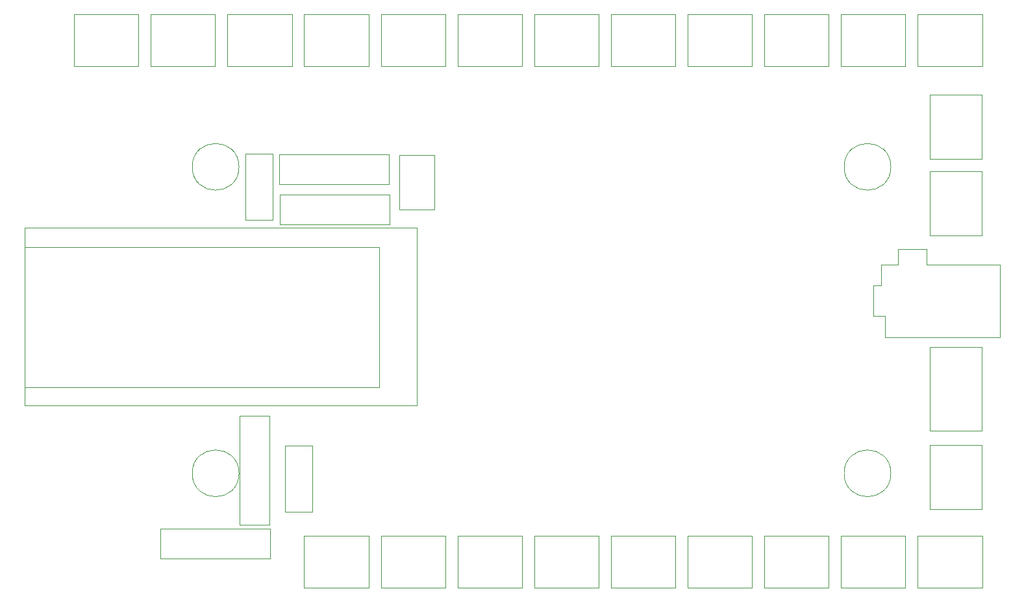
<source format=gbr>
G04 #@! TF.GenerationSoftware,KiCad,Pcbnew,(5.0.0)*
G04 #@! TF.CreationDate,2020-03-06T16:17:22+00:00*
G04 #@! TF.ProjectId,LED Zappelin,4C4544205A617070656C696E2E6B6963,rev?*
G04 #@! TF.SameCoordinates,Original*
G04 #@! TF.FileFunction,Other,User*
%FSLAX46Y46*%
G04 Gerber Fmt 4.6, Leading zero omitted, Abs format (unit mm)*
G04 Created by KiCad (PCBNEW (5.0.0)) date 03/06/20 16:17:22*
%MOMM*%
%LPD*%
G01*
G04 APERTURE LIST*
%ADD10C,0.050000*%
G04 APERTURE END LIST*
D10*
G04 #@! TO.C,*
X94050000Y-101400000D02*
X94050000Y-110050000D01*
X94050000Y-110050000D02*
X97650000Y-110050000D01*
X97650000Y-110050000D02*
X97650000Y-101400000D01*
X97650000Y-101400000D02*
X94050000Y-101400000D01*
X93310000Y-67250000D02*
X107600000Y-67250000D01*
X93310000Y-63350000D02*
X93310000Y-67250000D01*
X107600000Y-63350000D02*
X93310000Y-63350000D01*
X107600000Y-67250000D02*
X107600000Y-63350000D01*
X93410000Y-72550000D02*
X107700000Y-72550000D01*
X93410000Y-68650000D02*
X93410000Y-72550000D01*
X107700000Y-68650000D02*
X93410000Y-68650000D01*
X107700000Y-72550000D02*
X107700000Y-68650000D01*
G04 #@! TO.C,2N5089*
X108950000Y-70600000D02*
X108950000Y-63500000D01*
X108950000Y-70600000D02*
X113550000Y-70600000D01*
X113550000Y-63500000D02*
X108950000Y-63500000D01*
X113550000Y-63500000D02*
X113550000Y-70600000D01*
G04 #@! TO.C,*
X66550000Y-51850000D02*
X74950000Y-51850000D01*
X66550000Y-45100000D02*
X66550000Y-51850000D01*
X74950000Y-45100000D02*
X66550000Y-45100000D01*
X74950000Y-51850000D02*
X74950000Y-45100000D01*
X76550000Y-51850000D02*
X84950000Y-51850000D01*
X76550000Y-45100000D02*
X76550000Y-51850000D01*
X84950000Y-45100000D02*
X76550000Y-45100000D01*
X84950000Y-51850000D02*
X84950000Y-45100000D01*
X86550000Y-51850000D02*
X94950000Y-51850000D01*
X86550000Y-45100000D02*
X86550000Y-51850000D01*
X94950000Y-45100000D02*
X86550000Y-45100000D01*
X94950000Y-51850000D02*
X94950000Y-45100000D01*
X96550000Y-51850000D02*
X104950000Y-51850000D01*
X96550000Y-45100000D02*
X96550000Y-51850000D01*
X104950000Y-45100000D02*
X96550000Y-45100000D01*
X104950000Y-51850000D02*
X104950000Y-45100000D01*
X106550000Y-51850000D02*
X114950000Y-51850000D01*
X106550000Y-45100000D02*
X106550000Y-51850000D01*
X114950000Y-45100000D02*
X106550000Y-45100000D01*
X114950000Y-51850000D02*
X114950000Y-45100000D01*
X116550000Y-51850000D02*
X124950000Y-51850000D01*
X116550000Y-45100000D02*
X116550000Y-51850000D01*
X124950000Y-45100000D02*
X116550000Y-45100000D01*
X124950000Y-51850000D02*
X124950000Y-45100000D01*
X126550000Y-51850000D02*
X134950000Y-51850000D01*
X126550000Y-45100000D02*
X126550000Y-51850000D01*
X134950000Y-45100000D02*
X126550000Y-45100000D01*
X134950000Y-51850000D02*
X134950000Y-45100000D01*
X136550000Y-51850000D02*
X144950000Y-51850000D01*
X136550000Y-45100000D02*
X136550000Y-51850000D01*
X144950000Y-45100000D02*
X136550000Y-45100000D01*
X144950000Y-51850000D02*
X144950000Y-45100000D01*
X146550000Y-51850000D02*
X154950000Y-51850000D01*
X146550000Y-45100000D02*
X146550000Y-51850000D01*
X154950000Y-45100000D02*
X146550000Y-45100000D01*
X154950000Y-51850000D02*
X154950000Y-45100000D01*
X156550000Y-51850000D02*
X164950000Y-51850000D01*
X156550000Y-45100000D02*
X156550000Y-51850000D01*
X164950000Y-45100000D02*
X156550000Y-45100000D01*
X164950000Y-51850000D02*
X164950000Y-45100000D01*
X166550000Y-51850000D02*
X174950000Y-51850000D01*
X166550000Y-45100000D02*
X166550000Y-51850000D01*
X174950000Y-45100000D02*
X166550000Y-45100000D01*
X174950000Y-51850000D02*
X174950000Y-45100000D01*
X176550000Y-51850000D02*
X184950000Y-51850000D01*
X176550000Y-45100000D02*
X176550000Y-51850000D01*
X184950000Y-45100000D02*
X176550000Y-45100000D01*
X184950000Y-51850000D02*
X184950000Y-45100000D01*
X178150000Y-63950000D02*
X184900000Y-63950000D01*
X184900000Y-63950000D02*
X184900000Y-55550000D01*
X184900000Y-55550000D02*
X178150000Y-55550000D01*
X178150000Y-55550000D02*
X178150000Y-63950000D01*
X178150000Y-73950000D02*
X184900000Y-73950000D01*
X184900000Y-73950000D02*
X184900000Y-65550000D01*
X184900000Y-65550000D02*
X178150000Y-65550000D01*
X178150000Y-65550000D02*
X178150000Y-73950000D01*
X178150000Y-109700000D02*
X184900000Y-109700000D01*
X184900000Y-109700000D02*
X184900000Y-101300000D01*
X184900000Y-101300000D02*
X178150000Y-101300000D01*
X178150000Y-101300000D02*
X178150000Y-109700000D01*
X184950000Y-113150000D02*
X176550000Y-113150000D01*
X184950000Y-119900000D02*
X184950000Y-113150000D01*
X176550000Y-119900000D02*
X184950000Y-119900000D01*
X176550000Y-113150000D02*
X176550000Y-119900000D01*
X174950000Y-113150000D02*
X166550000Y-113150000D01*
X174950000Y-119900000D02*
X174950000Y-113150000D01*
X166550000Y-119900000D02*
X174950000Y-119900000D01*
X166550000Y-113150000D02*
X166550000Y-119900000D01*
X164950000Y-113150000D02*
X156550000Y-113150000D01*
X164950000Y-119900000D02*
X164950000Y-113150000D01*
X156550000Y-119900000D02*
X164950000Y-119900000D01*
X156550000Y-113150000D02*
X156550000Y-119900000D01*
X154950000Y-113150000D02*
X146550000Y-113150000D01*
X154950000Y-119900000D02*
X154950000Y-113150000D01*
X146550000Y-119900000D02*
X154950000Y-119900000D01*
X146550000Y-113150000D02*
X146550000Y-119900000D01*
X144950000Y-113150000D02*
X136550000Y-113150000D01*
X144950000Y-119900000D02*
X144950000Y-113150000D01*
X136550000Y-119900000D02*
X144950000Y-119900000D01*
X136550000Y-113150000D02*
X136550000Y-119900000D01*
X134950000Y-113150000D02*
X126550000Y-113150000D01*
X134950000Y-119900000D02*
X134950000Y-113150000D01*
X126550000Y-119900000D02*
X134950000Y-119900000D01*
X126550000Y-113150000D02*
X126550000Y-119900000D01*
X124950000Y-113150000D02*
X116550000Y-113150000D01*
X124950000Y-119900000D02*
X124950000Y-113150000D01*
X116550000Y-119900000D02*
X124950000Y-119900000D01*
X116550000Y-113150000D02*
X116550000Y-119900000D01*
X114950000Y-113150000D02*
X106550000Y-113150000D01*
X114950000Y-119900000D02*
X114950000Y-113150000D01*
X106550000Y-119900000D02*
X114950000Y-119900000D01*
X106550000Y-113150000D02*
X106550000Y-119900000D01*
X96550000Y-113150000D02*
X96550000Y-119900000D01*
X96550000Y-119900000D02*
X104950000Y-119900000D01*
X104950000Y-119900000D02*
X104950000Y-113150000D01*
X104950000Y-113150000D02*
X96550000Y-113150000D01*
X92090000Y-112250000D02*
X77800000Y-112250000D01*
X92090000Y-116150000D02*
X92090000Y-112250000D01*
X77800000Y-116150000D02*
X92090000Y-116150000D01*
X77800000Y-112250000D02*
X77800000Y-116150000D01*
X111220000Y-72970000D02*
X111220000Y-96120000D01*
X111220000Y-72970000D02*
X60130000Y-72970000D01*
X60130000Y-96110000D02*
X111220000Y-96120000D01*
X60130000Y-96110000D02*
X60130000Y-72970000D01*
X88050000Y-65000000D02*
G75*
G03X88050000Y-65000000I-3050000J0D01*
G01*
X88050000Y-105000000D02*
G75*
G03X88050000Y-105000000I-3050000J0D01*
G01*
X173050000Y-105000000D02*
G75*
G03X173050000Y-105000000I-3050000J0D01*
G01*
G04 #@! TO.C,J2*
X172255000Y-87000000D02*
X172255000Y-87250000D01*
X172255000Y-87250000D02*
X187255000Y-87250000D01*
X172255000Y-87000000D02*
X172255000Y-84500000D01*
X172255000Y-84500000D02*
X170775000Y-84500000D01*
X170775000Y-84500000D02*
X170775000Y-80500000D01*
X170775000Y-80500000D02*
X171745000Y-80500000D01*
X171745000Y-80500000D02*
X171745000Y-77750000D01*
X171745000Y-77750000D02*
X173975000Y-77750000D01*
X173975000Y-77750000D02*
X173975000Y-75750000D01*
X177685000Y-75700000D02*
X173975000Y-75700000D01*
X177685000Y-75700000D02*
X177685000Y-77750000D01*
X177685000Y-77750000D02*
X187255000Y-77750000D01*
X187255000Y-77750000D02*
X187255000Y-87250000D01*
G04 #@! TO.C,*
X173050000Y-65000000D02*
G75*
G03X173050000Y-65000000I-3050000J0D01*
G01*
X60090000Y-93750000D02*
X60090000Y-75470000D01*
X60090000Y-93750000D02*
X106310000Y-93750000D01*
X106310000Y-75470000D02*
X60090000Y-75470000D01*
X106310000Y-75470000D02*
X106310000Y-93750000D01*
X88150000Y-111750000D02*
X92050000Y-111750000D01*
X92050000Y-111750000D02*
X92050000Y-97460000D01*
X92050000Y-97460000D02*
X88150000Y-97460000D01*
X88150000Y-97460000D02*
X88150000Y-111750000D01*
X178150000Y-99450000D02*
X184900000Y-99450000D01*
X184900000Y-99450000D02*
X184900000Y-88550000D01*
X184900000Y-88550000D02*
X178150000Y-88550000D01*
X178150000Y-88550000D02*
X178150000Y-99450000D01*
X92450000Y-63300000D02*
X88850000Y-63300000D01*
X92450000Y-71950000D02*
X92450000Y-63300000D01*
X88850000Y-71950000D02*
X92450000Y-71950000D01*
X88850000Y-63300000D02*
X88850000Y-71950000D01*
G04 #@! TD*
M02*

</source>
